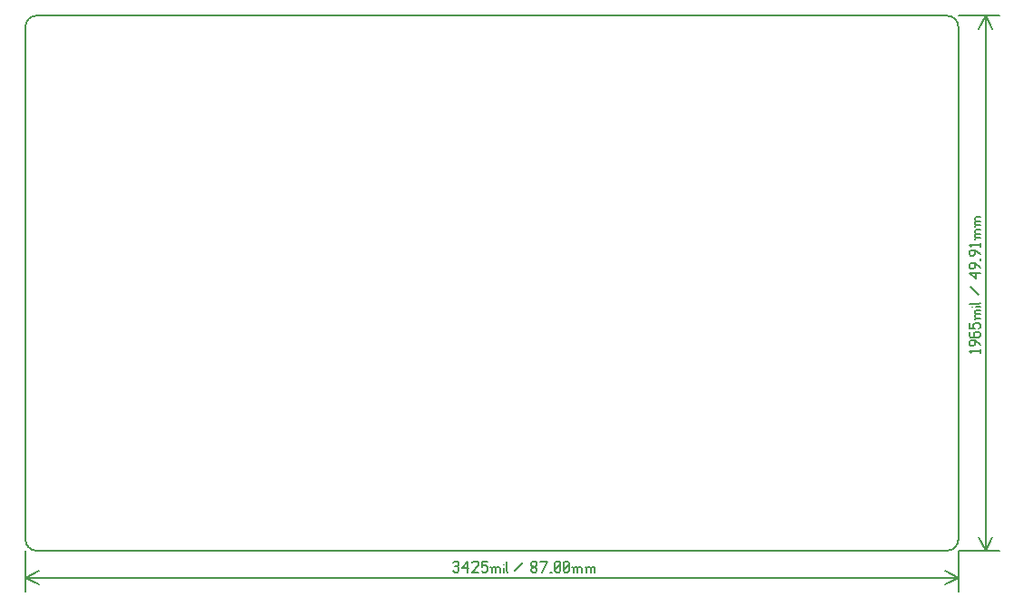
<source format=gbr>
G04 start of page 4 for group 2 idx 2 *
G04 Title: Dot-Flip Control, outline *
G04 Creator: pcb 20110918 *
G04 CreationDate: Tue 04 Dec 2012 09:28:54 AM GMT UTC *
G04 For: bertho *
G04 Format: Gerber/RS-274X *
G04 PCB-Dimensions: 450000 250000 *
G04 PCB-Coordinate-Origin: lower left *
%MOIN*%
%FSLAX25Y25*%
%LNOUTLINE*%
%ADD57C,0.0080*%
G54D57*X362500Y230000D02*X377500D01*
X372500D02*X375000Y225000D01*
X372500Y230000D02*X370000Y225000D01*
X20000Y23500D02*X362500D01*
Y33500D02*Y18500D01*
Y33500D02*X377500D01*
X372500D02*Y230000D01*
X358500Y33500D02*X24000D01*
X362500Y226000D02*Y37500D01*
X20000Y33500D02*Y18500D01*
Y23500D02*X25000Y26000D01*
X20000Y23500D02*X25000Y21000D01*
X372500Y33500D02*X370000Y38500D01*
X372500Y33500D02*X375000Y38500D01*
X362500Y23500D02*X357500Y21000D01*
X362500Y23500D02*X357500Y26000D01*
X24000Y230000D02*X358500D01*
X20000Y37500D02*Y226000D01*
X24000Y230000D02*G75*G03X20000Y226000I0J-4000D01*G01*
Y37500D02*G75*G03X24000Y33500I4000J0D01*G01*
X362500Y37500D02*G75*G02X358500Y33500I-4000J0D01*G01*
Y230000D02*G75*G02X362500Y226000I0J-4000D01*G01*
X177000Y29000D02*X177500Y29500D01*
X178500D01*
X179000Y29000D01*
X178500Y25500D02*X179000Y26000D01*
X177500Y25500D02*X178500D01*
X177000Y26000D02*X177500Y25500D01*
Y27700D02*X178500D01*
X179000Y29000D02*Y28200D01*
Y27200D02*Y26000D01*
Y27200D02*X178500Y27700D01*
X179000Y28200D02*X178500Y27700D01*
X180200Y27000D02*X182200Y29500D01*
X180200Y27000D02*X182700D01*
X182200Y29500D02*Y25500D01*
X183900Y29000D02*X184400Y29500D01*
X185900D01*
X186400Y29000D01*
Y28000D01*
X183900Y25500D02*X186400Y28000D01*
X183900Y25500D02*X186400D01*
X187600Y29500D02*X189600D01*
X187600D02*Y27500D01*
X188100Y28000D01*
X189100D01*
X189600Y27500D01*
Y26000D01*
X189100Y25500D02*X189600Y26000D01*
X188100Y25500D02*X189100D01*
X187600Y26000D02*X188100Y25500D01*
X191300Y27000D02*Y25500D01*
Y27000D02*X191800Y27500D01*
X192300D01*
X192800Y27000D01*
Y25500D01*
Y27000D02*X193300Y27500D01*
X193800D01*
X194300Y27000D01*
Y25500D01*
X190800Y27500D02*X191300Y27000D01*
X195500Y28500D02*Y28400D01*
Y27000D02*Y25500D01*
X196500Y29500D02*Y26000D01*
X197000Y25500D01*
X199800Y26000D02*X202800Y29000D01*
X205800Y26000D02*X206300Y25500D01*
X205800Y26800D02*Y26000D01*
Y26800D02*X206500Y27500D01*
X207100D01*
X207800Y26800D01*
Y26000D01*
X207300Y25500D02*X207800Y26000D01*
X206300Y25500D02*X207300D01*
X205800Y28200D02*X206500Y27500D01*
X205800Y29000D02*Y28200D01*
Y29000D02*X206300Y29500D01*
X207300D01*
X207800Y29000D01*
Y28200D01*
X207100Y27500D02*X207800Y28200D01*
X209500Y25500D02*X211500Y29500D01*
X209000D02*X211500D01*
X212700Y25500D02*X213200D01*
X214400Y26000D02*X214900Y25500D01*
X214400Y29000D02*Y26000D01*
Y29000D02*X214900Y29500D01*
X215900D01*
X216400Y29000D01*
Y26000D01*
X215900Y25500D02*X216400Y26000D01*
X214900Y25500D02*X215900D01*
X214400Y26500D02*X216400Y28500D01*
X217600Y26000D02*X218100Y25500D01*
X217600Y29000D02*Y26000D01*
Y29000D02*X218100Y29500D01*
X219100D01*
X219600Y29000D01*
Y26000D01*
X219100Y25500D02*X219600Y26000D01*
X218100Y25500D02*X219100D01*
X217600Y26500D02*X219600Y28500D01*
X221300Y27000D02*Y25500D01*
Y27000D02*X221800Y27500D01*
X222300D01*
X222800Y27000D01*
Y25500D01*
Y27000D02*X223300Y27500D01*
X223800D01*
X224300Y27000D01*
Y25500D01*
X220800Y27500D02*X221300Y27000D01*
X226000D02*Y25500D01*
Y27000D02*X226500Y27500D01*
X227000D01*
X227500Y27000D01*
Y25500D01*
Y27000D02*X228000Y27500D01*
X228500D01*
X229000Y27000D01*
Y25500D01*
X225500Y27500D02*X226000Y27000D01*
X367300Y106000D02*X366500Y106800D01*
X370500D01*
Y107500D02*Y106000D01*
Y109200D02*X368500Y110700D01*
X367000D02*X368500D01*
X366500Y110200D02*X367000Y110700D01*
X366500Y110200D02*Y109200D01*
X367000Y108700D02*X366500Y109200D01*
X367000Y108700D02*X368000D01*
X368500Y109200D01*
Y110700D02*Y109200D01*
X366500Y113400D02*X367000Y113900D01*
X366500Y113400D02*Y112400D01*
X367000Y111900D02*X366500Y112400D01*
X367000Y111900D02*X370000D01*
X370500Y112400D01*
X368300Y113400D02*X368800Y113900D01*
X368300Y113400D02*Y111900D01*
X370500Y113400D02*Y112400D01*
Y113400D02*X370000Y113900D01*
X368800D02*X370000D01*
X366500Y117100D02*Y115100D01*
X368500D01*
X368000Y115600D01*
Y116600D02*Y115600D01*
Y116600D02*X368500Y117100D01*
X370000D01*
X370500Y116600D02*X370000Y117100D01*
X370500Y116600D02*Y115600D01*
X370000Y115100D02*X370500Y115600D01*
X369000Y118800D02*X370500D01*
X369000D02*X368500Y119300D01*
Y119800D02*Y119300D01*
Y119800D02*X369000Y120300D01*
X370500D01*
X369000D02*X368500Y120800D01*
Y121300D02*Y120800D01*
Y121300D02*X369000Y121800D01*
X370500D01*
X368500Y118300D02*X369000Y118800D01*
X367500Y123000D02*X367600D01*
X369000D02*X370500D01*
X366500Y124000D02*X370000D01*
X370500Y124500D01*
X370000Y127300D02*X367000Y130300D01*
X369000Y133300D02*X366500Y135300D01*
X369000Y135800D02*Y133300D01*
X366500Y135300D02*X370500D01*
Y137500D02*X368500Y139000D01*
X367000D02*X368500D01*
X366500Y138500D02*X367000Y139000D01*
X366500Y138500D02*Y137500D01*
X367000Y137000D02*X366500Y137500D01*
X367000Y137000D02*X368000D01*
X368500Y137500D01*
Y139000D02*Y137500D01*
X370500Y140700D02*Y140200D01*
Y142400D02*X368500Y143900D01*
X367000D02*X368500D01*
X366500Y143400D02*X367000Y143900D01*
X366500Y143400D02*Y142400D01*
X367000Y141900D02*X366500Y142400D01*
X367000Y141900D02*X368000D01*
X368500Y142400D01*
Y143900D02*Y142400D01*
X367300Y145100D02*X366500Y145900D01*
X370500D01*
Y146600D02*Y145100D01*
X369000Y148300D02*X370500D01*
X369000D02*X368500Y148800D01*
Y149300D02*Y148800D01*
Y149300D02*X369000Y149800D01*
X370500D01*
X369000D02*X368500Y150300D01*
Y150800D02*Y150300D01*
Y150800D02*X369000Y151300D01*
X370500D01*
X368500Y147800D02*X369000Y148300D01*
Y153000D02*X370500D01*
X369000D02*X368500Y153500D01*
Y154000D02*Y153500D01*
Y154000D02*X369000Y154500D01*
X370500D01*
X369000D02*X368500Y155000D01*
Y155500D02*Y155000D01*
Y155500D02*X369000Y156000D01*
X370500D01*
X368500Y152500D02*X369000Y153000D01*
M02*

</source>
